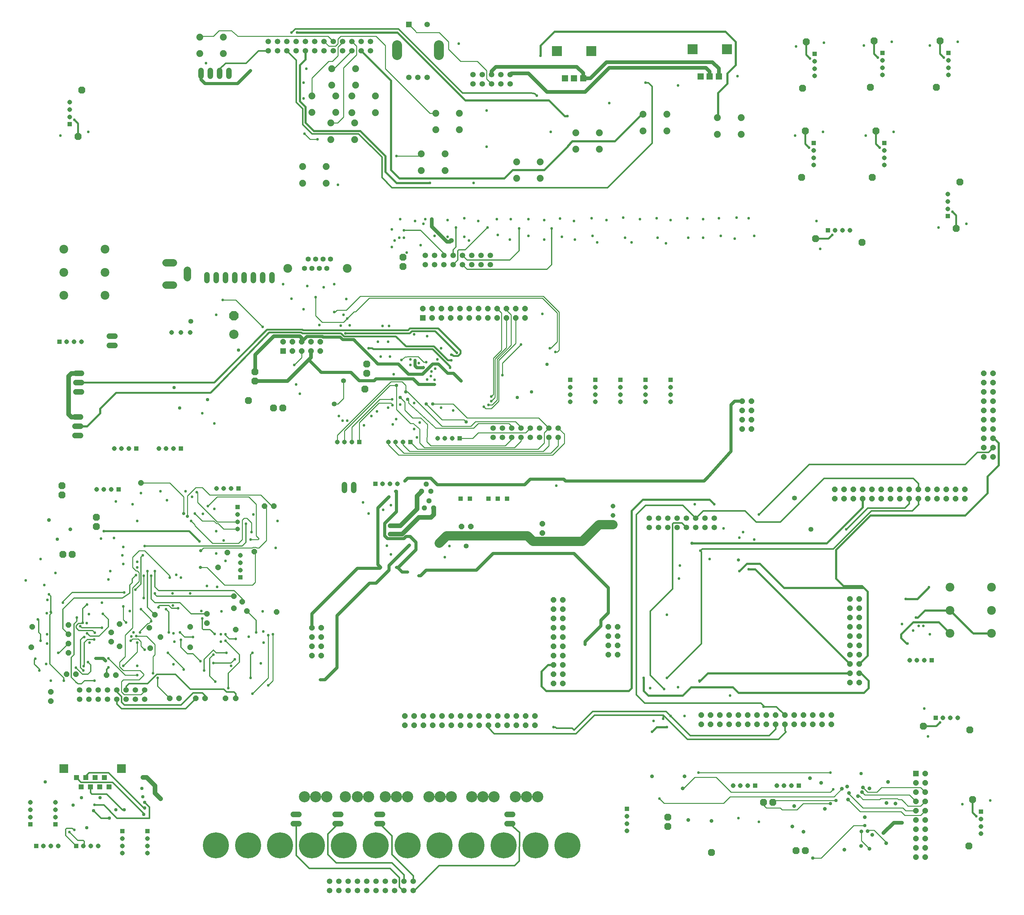
<source format=gbr>
G04 EAGLE Gerber RS-274X export*
G75*
%MOMM*%
%FSLAX34Y34*%
%LPD*%
%INBottom Copper*%
%IPPOS*%
%AMOC8*
5,1,8,0,0,1.08239X$1,22.5*%
G01*
%ADD10P,2.089446X8X202.500000*%
%ADD11P,2.089446X8X22.500000*%
%ADD12R,2.781300X2.781300*%
%ADD13R,1.800000X1.800000*%
%ADD14P,1.649562X8X112.500000*%
%ADD15P,1.649562X8X22.500000*%
%ADD16C,2.400000*%
%ADD17C,1.879600*%
%ADD18R,1.308000X1.308000*%
%ADD19C,1.308000*%
%ADD20P,1.429621X8X22.500000*%
%ADD21C,1.524000*%
%ADD22R,1.397000X1.397000*%
%ADD23R,2.476500X2.476500*%
%ADD24P,1.649562X8X202.500000*%
%ADD25C,1.508000*%
%ADD26C,1.422400*%
%ADD27R,1.508000X1.508000*%
%ADD28C,2.700000*%
%ADD29R,1.524000X1.524000*%
%ADD30P,2.089446X8X112.500000*%
%ADD31C,2.000000*%
%ADD32C,2.540000*%
%ADD33P,2.749271X8X112.500000*%
%ADD34P,1.649562X8X292.500000*%
%ADD35C,0.756400*%
%ADD36C,0.956400*%
%ADD37C,1.056400*%
%ADD38C,0.304800*%
%ADD39C,0.254000*%
%ADD40C,0.508000*%
%ADD41C,1.350000*%
%ADD42C,1.016000*%
%ADD43C,7.112000*%
%ADD44C,1.270000*%
%ADD45C,0.406400*%
%ADD46C,0.609600*%
%ADD47C,0.906400*%
%ADD48C,0.812800*%
%ADD49C,2.540000*%
%ADD50C,0.152400*%
%ADD51C,3.048000*%


D10*
X236220Y1018540D03*
D11*
X236220Y1043940D03*
D12*
X1494955Y2319020D03*
X1588605Y2319020D03*
D13*
X1516780Y2244020D03*
X1541780Y2244020D03*
X1566780Y2244020D03*
D12*
X1865795Y2324100D03*
X1959445Y2324100D03*
D13*
X1887620Y2249100D03*
X1912620Y2249100D03*
X1937620Y2249100D03*
D14*
X850900Y665480D03*
X825500Y665480D03*
X850900Y690880D03*
X825500Y690880D03*
X850900Y716280D03*
X825500Y716280D03*
X850900Y741680D03*
X825500Y741680D03*
X1661160Y668020D03*
X1635760Y668020D03*
X1661160Y693420D03*
X1635760Y693420D03*
X1661160Y718820D03*
X1635760Y718820D03*
X1661160Y744220D03*
X1635760Y744220D03*
X2026920Y1285240D03*
X2001520Y1285240D03*
X2026920Y1310640D03*
X2001520Y1310640D03*
X2026920Y1336040D03*
X2001520Y1336040D03*
X2026920Y1361440D03*
X2001520Y1361440D03*
X1511300Y589280D03*
X1485900Y589280D03*
X1511300Y614680D03*
X1485900Y614680D03*
X1511300Y640080D03*
X1485900Y640080D03*
X1511300Y665480D03*
X1485900Y665480D03*
X1511300Y690880D03*
X1485900Y690880D03*
X1511300Y716280D03*
X1485900Y716280D03*
X1511300Y741680D03*
X1485900Y741680D03*
X1511300Y767080D03*
X1485900Y767080D03*
X1511300Y792480D03*
X1485900Y792480D03*
X1511300Y817880D03*
X1485900Y817880D03*
X2321560Y591820D03*
X2296160Y591820D03*
X2321560Y617220D03*
X2296160Y617220D03*
X2321560Y642620D03*
X2296160Y642620D03*
X2321560Y668020D03*
X2296160Y668020D03*
X2321560Y693420D03*
X2296160Y693420D03*
X2321560Y718820D03*
X2296160Y718820D03*
X2321560Y744220D03*
X2296160Y744220D03*
X2321560Y769620D03*
X2296160Y769620D03*
X2321560Y795020D03*
X2296160Y795020D03*
X2321560Y820420D03*
X2296160Y820420D03*
X2687320Y1209040D03*
X2661920Y1209040D03*
X2687320Y1234440D03*
X2661920Y1234440D03*
X2687320Y1259840D03*
X2661920Y1259840D03*
X2687320Y1285240D03*
X2661920Y1285240D03*
X2687320Y1310640D03*
X2661920Y1310640D03*
X2687320Y1336040D03*
X2661920Y1336040D03*
X2687320Y1361440D03*
X2661920Y1361440D03*
X2687320Y1386840D03*
X2661920Y1386840D03*
X2687320Y1412240D03*
X2661920Y1412240D03*
X2687320Y1437640D03*
X2661920Y1437640D03*
D15*
X1079246Y474472D03*
X1079246Y499872D03*
X1104646Y474472D03*
X1104646Y499872D03*
X1130046Y474472D03*
X1130046Y499872D03*
X1155446Y474472D03*
X1155446Y499872D03*
X1180846Y474472D03*
X1180846Y499872D03*
X1206246Y474472D03*
X1206246Y499872D03*
X1231646Y474472D03*
X1231646Y499872D03*
X1257046Y474472D03*
X1257046Y499872D03*
X1282446Y474472D03*
X1282446Y499872D03*
X1307846Y474472D03*
X1307846Y499872D03*
X1333246Y474472D03*
X1333246Y499872D03*
X1358646Y474472D03*
X1358646Y499872D03*
X1384046Y474472D03*
X1384046Y499872D03*
X1409446Y474472D03*
X1409446Y499872D03*
X1434846Y474472D03*
X1434846Y499872D03*
X1889252Y477266D03*
X1889252Y502666D03*
X1914652Y477266D03*
X1914652Y502666D03*
X1940052Y477266D03*
X1940052Y502666D03*
X1965452Y477266D03*
X1965452Y502666D03*
X1990852Y477266D03*
X1990852Y502666D03*
X2016252Y477266D03*
X2016252Y502666D03*
X2041652Y477266D03*
X2041652Y502666D03*
X2067052Y477266D03*
X2067052Y502666D03*
X2092452Y477266D03*
X2092452Y502666D03*
X2117852Y477266D03*
X2117852Y502666D03*
X2143252Y477266D03*
X2143252Y502666D03*
X2168652Y477266D03*
X2168652Y502666D03*
X2194052Y477266D03*
X2194052Y502666D03*
X2219452Y477266D03*
X2219452Y502666D03*
X2244852Y477266D03*
X2244852Y502666D03*
X2254758Y1094486D03*
X2254758Y1119886D03*
X2280158Y1094486D03*
X2280158Y1119886D03*
X2305558Y1094486D03*
X2305558Y1119886D03*
X2330958Y1094486D03*
X2330958Y1119886D03*
X2356358Y1094486D03*
X2356358Y1119886D03*
X2381758Y1094486D03*
X2381758Y1119886D03*
X2407158Y1094486D03*
X2407158Y1119886D03*
X2432558Y1094486D03*
X2432558Y1119886D03*
X2457958Y1094486D03*
X2457958Y1119886D03*
X2483358Y1094486D03*
X2483358Y1119886D03*
X2508758Y1094486D03*
X2508758Y1119886D03*
X2534158Y1094486D03*
X2534158Y1119886D03*
X2559558Y1094486D03*
X2559558Y1119886D03*
X2584958Y1094486D03*
X2584958Y1119886D03*
X2610358Y1094486D03*
X2610358Y1119886D03*
D16*
X260000Y1713640D03*
X147000Y1713640D03*
X260000Y1776640D03*
X147000Y1776640D03*
X260000Y1650640D03*
X147000Y1650640D03*
D17*
X1384554Y2015744D03*
X1449578Y2015744D03*
X1384554Y1970532D03*
X1449578Y1970532D03*
X1546352Y2095500D03*
X1611376Y2095500D03*
X1546352Y2050288D03*
X1611376Y2050288D03*
X1730756Y2145792D03*
X1795780Y2145792D03*
X1730756Y2100580D03*
X1795780Y2100580D03*
X1933702Y2136394D03*
X1998726Y2136394D03*
X1933702Y2091182D03*
X1998726Y2091182D03*
X879602Y2270506D03*
X944626Y2270506D03*
X879602Y2225294D03*
X944626Y2225294D03*
X876808Y2122170D03*
X941832Y2122170D03*
X876808Y2076958D03*
X941832Y2076958D03*
X934212Y2195576D03*
X999236Y2195576D03*
X934212Y2150364D03*
X999236Y2150364D03*
X825246Y2196084D03*
X890270Y2196084D03*
X825246Y2150872D03*
X890270Y2150872D03*
X799592Y2002536D03*
X864616Y2002536D03*
X799592Y1957324D03*
X864616Y1957324D03*
X1123950Y2037334D03*
X1188974Y2037334D03*
X1123950Y1992122D03*
X1188974Y1992122D03*
X1163574Y2148840D03*
X1228598Y2148840D03*
X1163574Y2103628D03*
X1228598Y2103628D03*
D18*
X1531620Y1419380D03*
D19*
X1531620Y1399380D03*
X1531620Y1379380D03*
X1531620Y1359380D03*
D18*
X1600200Y1419380D03*
D19*
X1600200Y1399380D03*
X1600200Y1379380D03*
X1600200Y1359380D03*
D18*
X1668780Y1419380D03*
D19*
X1668780Y1399380D03*
X1668780Y1379380D03*
X1668780Y1359380D03*
D18*
X1737360Y1419380D03*
D19*
X1737360Y1399380D03*
X1737360Y1379380D03*
X1737360Y1359380D03*
D18*
X1805940Y1419380D03*
D19*
X1805940Y1399380D03*
X1805940Y1379380D03*
X1805940Y1359380D03*
D18*
X1231900Y1094740D03*
X1257300Y1094740D03*
X1308100Y1094740D03*
X1333500Y1094740D03*
X1358900Y1094740D03*
D20*
X1125220Y1115060D03*
X1137920Y1134110D03*
X1150620Y1115060D03*
X1132840Y1069340D03*
X1145540Y1088390D03*
X1158240Y1069340D03*
D21*
X914400Y1117600D02*
X914400Y1132840D01*
X939800Y1132840D02*
X939800Y1117600D01*
D19*
X492760Y1549400D03*
X467360Y1549400D03*
X441960Y1549400D03*
D22*
X181610Y331470D03*
X194310Y306070D03*
X207010Y331470D03*
X219710Y306070D03*
X232410Y331470D03*
X245110Y306070D03*
X257810Y331470D03*
X270510Y306070D03*
D23*
X147320Y356108D03*
X304800Y356108D03*
D15*
X160020Y723900D03*
X160020Y698500D03*
X111760Y541020D03*
X60960Y744220D03*
X58420Y688340D03*
X111760Y566420D03*
X276860Y728980D03*
X276860Y703580D03*
X154940Y614680D03*
X160020Y749300D03*
X160020Y673100D03*
X180340Y614680D03*
X381000Y741680D03*
X383540Y685800D03*
X264160Y612140D03*
X299720Y751840D03*
X299720Y690880D03*
X289560Y612140D03*
X492760Y744220D03*
X492760Y688340D03*
X436880Y548640D03*
X396240Y777240D03*
X411480Y716280D03*
X462280Y548640D03*
X612140Y795020D03*
X617220Y736600D03*
X508000Y548640D03*
X538480Y779780D03*
X538480Y754380D03*
X533400Y548640D03*
X612140Y828040D03*
X728980Y784860D03*
X589280Y548640D03*
X635000Y812800D03*
X647700Y787400D03*
X617220Y548640D03*
D11*
X144780Y942340D03*
X170180Y942340D03*
X142240Y1130300D03*
X142240Y1104900D03*
D18*
X624360Y1122680D03*
D19*
X604360Y1122680D03*
X584360Y1122680D03*
X564360Y1122680D03*
D18*
X629920Y879320D03*
D19*
X629920Y899320D03*
X629920Y919320D03*
X629920Y939320D03*
D18*
X2036600Y309880D03*
D19*
X2016600Y309880D03*
X1996600Y309880D03*
X1976600Y309880D03*
D18*
X2155980Y309880D03*
D19*
X2135980Y309880D03*
X2115980Y309880D03*
X2095980Y309880D03*
D18*
X954560Y1249680D03*
D19*
X934560Y1249680D03*
X914560Y1249680D03*
X894560Y1249680D03*
D18*
X1094260Y1249680D03*
D19*
X1074260Y1249680D03*
X1054260Y1249680D03*
X1034260Y1249680D03*
X1648460Y1023620D03*
X1648460Y1049020D03*
X1648460Y1074420D03*
D15*
X1455420Y1026160D03*
D24*
X1455420Y1000760D03*
D14*
X1234440Y1018540D03*
X1259840Y1018540D03*
D11*
X1798320Y223520D03*
D10*
X1917700Y127000D03*
D11*
X1798320Y198120D03*
X2174240Y132080D03*
X2148840Y132080D03*
D18*
X1686560Y245900D03*
D19*
X1686560Y225900D03*
X1686560Y205900D03*
X1686560Y185900D03*
D25*
X873760Y22860D03*
X873760Y48260D03*
X899160Y22860D03*
X899160Y48260D03*
X924560Y22860D03*
X924560Y48260D03*
X949960Y22860D03*
X949960Y48260D03*
X975360Y22860D03*
X975360Y48260D03*
X1000760Y22860D03*
X1000760Y48260D03*
X1026160Y22860D03*
X1026160Y48260D03*
X1051560Y22860D03*
X1051560Y48260D03*
X1076960Y22860D03*
X1076960Y48260D03*
X1102360Y22860D03*
X1102360Y48260D03*
D21*
X789940Y205740D02*
X774700Y205740D01*
X774700Y231140D02*
X789940Y231140D01*
X889000Y205740D02*
X904240Y205740D01*
X904240Y231140D02*
X889000Y231140D01*
X1358900Y205740D02*
X1374140Y205740D01*
X1374140Y231140D02*
X1358900Y231140D01*
X1018540Y205740D02*
X1003300Y205740D01*
X1003300Y231140D02*
X1018540Y231140D01*
D18*
X296700Y1120140D03*
D19*
X276700Y1120140D03*
X256700Y1120140D03*
X236700Y1120140D03*
D10*
X2085340Y264160D03*
X2059940Y264160D03*
D18*
X466880Y1231900D03*
D19*
X446880Y1231900D03*
X426880Y1231900D03*
X406880Y1231900D03*
D18*
X344960Y1231900D03*
D19*
X324960Y1231900D03*
X304960Y1231900D03*
X284960Y1231900D03*
D11*
X652180Y1363220D03*
X746160Y1342900D03*
X720760Y1342900D03*
X669960Y1416560D03*
X669960Y1441960D03*
D18*
X124460Y203680D03*
D19*
X124460Y223680D03*
X124460Y243680D03*
X124460Y263680D03*
D18*
X71600Y144780D03*
D19*
X91600Y144780D03*
X111600Y144780D03*
X131600Y144780D03*
D18*
X55880Y203680D03*
D19*
X55880Y223680D03*
X55880Y243680D03*
X55880Y263680D03*
D18*
X180820Y144780D03*
D19*
X200820Y144780D03*
X220820Y144780D03*
X240820Y144780D03*
D18*
X307340Y184940D03*
D19*
X307340Y164940D03*
X307340Y144940D03*
X307340Y124940D03*
D18*
X375920Y184940D03*
D19*
X375920Y164940D03*
X375920Y144940D03*
X375920Y124940D03*
D18*
X2199140Y2310920D03*
D19*
X2199140Y2290920D03*
X2199140Y2270920D03*
X2199140Y2250920D03*
D11*
X2166120Y2217420D03*
X2176280Y2344420D03*
D26*
X876440Y1749920D03*
X866240Y1724520D03*
X856040Y1749920D03*
X845840Y1724520D03*
X835640Y1749920D03*
X825440Y1724520D03*
X815240Y1749920D03*
X805040Y1724520D03*
D16*
X921990Y1724520D03*
X759490Y1724520D03*
D17*
X518500Y2357036D03*
X583524Y2357036D03*
X518500Y2311824D03*
X583524Y2311824D03*
D21*
X716280Y1706880D02*
X716280Y1691640D01*
X690880Y1691640D02*
X690880Y1706880D01*
X665480Y1706880D02*
X665480Y1691640D01*
X640080Y1691640D02*
X640080Y1706880D01*
X614680Y1706880D02*
X614680Y1691640D01*
X589280Y1691640D02*
X589280Y1706880D01*
X563880Y1706880D02*
X563880Y1691640D01*
X538480Y1691640D02*
X538480Y1706880D01*
X287020Y1513840D02*
X271780Y1513840D01*
X271780Y1539240D02*
X287020Y1539240D01*
D25*
X985520Y2319720D03*
X985520Y2345120D03*
X960120Y2319720D03*
X960120Y2345120D03*
X934720Y2319720D03*
X934720Y2345120D03*
X909320Y2319720D03*
X909320Y2345120D03*
X883920Y2319720D03*
X883920Y2345120D03*
X858520Y2319720D03*
X858520Y2345120D03*
X833120Y2319720D03*
X833120Y2345120D03*
X807720Y2319720D03*
X807720Y2345120D03*
X782320Y2319720D03*
X782320Y2345120D03*
X756920Y2319720D03*
X756920Y2345120D03*
X731520Y2319720D03*
X731520Y2345120D03*
X706120Y2319720D03*
X706120Y2345120D03*
X1140060Y2391560D03*
D27*
X1090060Y2391560D03*
D25*
X1090060Y2246560D03*
X1115060Y2246560D03*
X1140060Y2246560D03*
D28*
X1058060Y2308060D02*
X1058060Y2335060D01*
X1172060Y2335060D02*
X1172060Y2308060D01*
D25*
X1366980Y2229220D03*
X1366980Y2254620D03*
X1341580Y2229220D03*
X1341580Y2254620D03*
X1316180Y2229220D03*
X1316180Y2254620D03*
X1290780Y2229220D03*
X1290780Y2254620D03*
X1265380Y2229220D03*
X1265380Y2254620D03*
D21*
X522620Y2250420D02*
X522620Y2265660D01*
X548020Y2265660D02*
X548020Y2250420D01*
X573420Y2250420D02*
X573420Y2265660D01*
X598820Y2265660D02*
X598820Y2250420D01*
D29*
X746760Y1498600D03*
D15*
X746760Y1524000D03*
X772160Y1498600D03*
X772160Y1524000D03*
X797560Y1498600D03*
X797560Y1524000D03*
X822960Y1498600D03*
X822960Y1524000D03*
X848360Y1498600D03*
X848360Y1524000D03*
D29*
X1128344Y1589049D03*
D15*
X1128344Y1614449D03*
X1153744Y1589049D03*
X1153744Y1614449D03*
X1179144Y1589049D03*
X1179144Y1614449D03*
X1204544Y1589049D03*
X1204544Y1614449D03*
X1229944Y1589049D03*
X1229944Y1614449D03*
X1255344Y1589049D03*
X1255344Y1614449D03*
X1280744Y1589049D03*
X1280744Y1614449D03*
X1306144Y1589049D03*
X1306144Y1614449D03*
X1331544Y1589049D03*
X1331544Y1614449D03*
X1356944Y1589049D03*
X1356944Y1614449D03*
X1382344Y1589049D03*
X1382344Y1614449D03*
X1407744Y1589049D03*
X1407744Y1614449D03*
D21*
X193040Y1292860D02*
X177800Y1292860D01*
X177800Y1267460D02*
X193040Y1267460D01*
X193040Y1318260D02*
X177800Y1318260D01*
X180340Y1412240D02*
X195580Y1412240D01*
X195580Y1386840D02*
X180340Y1386840D01*
X180340Y1437640D02*
X195580Y1437640D01*
D18*
X2384560Y2313460D03*
D19*
X2384560Y2293460D03*
X2384560Y2273460D03*
X2384560Y2253460D03*
D11*
X2351540Y2219960D03*
X2361700Y2346960D03*
D18*
X2196600Y2067080D03*
D19*
X2196600Y2047080D03*
X2196600Y2027080D03*
X2196600Y2007080D03*
D11*
X2163580Y1973580D03*
X2173740Y2100580D03*
D18*
X2389640Y2067080D03*
D19*
X2389640Y2047080D03*
X2389640Y2027080D03*
X2389640Y2007080D03*
D11*
X2356620Y1973580D03*
X2366780Y2100580D03*
D18*
X163060Y2118840D03*
D19*
X163060Y2138840D03*
X163060Y2158840D03*
X163060Y2178840D03*
D10*
X196080Y2212340D03*
X185920Y2085340D03*
D18*
X2563360Y1867380D03*
D19*
X2563360Y1887380D03*
X2563360Y1907380D03*
X2563360Y1927380D03*
D10*
X2596380Y1960880D03*
X2586220Y1833880D03*
D18*
X2235680Y1828300D03*
D19*
X2255680Y1828300D03*
X2275680Y1828300D03*
X2295680Y1828300D03*
D30*
X2329180Y1795280D03*
X2202180Y1805440D03*
D18*
X2564900Y2313460D03*
D19*
X2564900Y2293460D03*
X2564900Y2273460D03*
X2564900Y2253460D03*
D11*
X2531880Y2219960D03*
X2542040Y2346960D03*
D18*
X2653800Y238280D03*
D19*
X2653800Y218280D03*
X2653800Y198280D03*
X2653800Y178280D03*
D11*
X2620780Y144780D03*
X2630940Y271780D03*
D18*
X2530320Y494800D03*
D19*
X2550320Y494800D03*
X2570320Y494800D03*
X2590320Y494800D03*
D30*
X2623820Y461780D03*
X2496820Y471940D03*
D18*
X622300Y1071400D03*
D19*
X622300Y1051400D03*
X622300Y1031400D03*
X622300Y1011400D03*
D18*
X1228880Y1259840D03*
D19*
X1208880Y1259840D03*
X1188880Y1259840D03*
X1168880Y1259840D03*
D31*
X446880Y1678940D02*
X426880Y1678940D01*
X484880Y1698940D02*
X484880Y1718940D01*
X446880Y1739940D02*
X426880Y1739940D01*
D32*
X612140Y1544320D03*
D33*
X612140Y1595120D03*
D16*
X2569560Y789080D03*
X2682560Y789080D03*
X2569560Y852080D03*
X2682560Y852080D03*
X2569560Y726080D03*
X2682560Y726080D03*
D18*
X135100Y1524000D03*
D19*
X155100Y1524000D03*
X175100Y1524000D03*
X195100Y1524000D03*
D18*
X998700Y1135380D03*
D19*
X1018700Y1135380D03*
X1038700Y1135380D03*
X1058700Y1135380D03*
D18*
X2519200Y652780D03*
D19*
X2499200Y652780D03*
X2479200Y652780D03*
X2459200Y652780D03*
D29*
X2476500Y342900D03*
D34*
X2501900Y342900D03*
X2476500Y317500D03*
X2501900Y317500D03*
X2476500Y292100D03*
X2501900Y292100D03*
X2476500Y266700D03*
X2501900Y266700D03*
X2476500Y241300D03*
X2501900Y241300D03*
X2476500Y215900D03*
X2501900Y215900D03*
X2476500Y190500D03*
X2501900Y190500D03*
X2476500Y165100D03*
X2501900Y165100D03*
X2476500Y139700D03*
X2501900Y139700D03*
X2476500Y114300D03*
X2501900Y114300D03*
D25*
X1747520Y1016000D03*
X1747520Y1041400D03*
X1772920Y1016000D03*
X1772920Y1041400D03*
X1798320Y1016000D03*
X1798320Y1041400D03*
X1823720Y1016000D03*
X1823720Y1041400D03*
X1849120Y1016000D03*
X1849120Y1041400D03*
X1874520Y1016000D03*
X1874520Y1041400D03*
X1899920Y1016000D03*
X1899920Y1041400D03*
X1925320Y1016000D03*
X1925320Y1041400D03*
X1320800Y1262380D03*
X1320800Y1287780D03*
X1346200Y1262380D03*
X1346200Y1287780D03*
X1371600Y1262380D03*
X1371600Y1287780D03*
X1397000Y1262380D03*
X1397000Y1287780D03*
X1422400Y1262380D03*
X1422400Y1287780D03*
X1447800Y1262380D03*
X1447800Y1287780D03*
X1473200Y1262380D03*
X1473200Y1287780D03*
X1498600Y1262380D03*
X1498600Y1287780D03*
D11*
X1074420Y1755140D03*
X1074420Y1729740D03*
D25*
X1313180Y1734820D03*
X1313180Y1760220D03*
X1287780Y1734820D03*
X1287780Y1760220D03*
X1262380Y1734820D03*
X1262380Y1760220D03*
X1236980Y1734820D03*
X1236980Y1760220D03*
X1211580Y1734820D03*
X1211580Y1760220D03*
X1186180Y1734820D03*
X1186180Y1760220D03*
X1160780Y1734820D03*
X1160780Y1760220D03*
X1135380Y1734820D03*
X1135380Y1760220D03*
X190500Y546100D03*
X190500Y571500D03*
X215900Y546100D03*
X215900Y571500D03*
X241300Y546100D03*
X241300Y571500D03*
X266700Y546100D03*
X266700Y571500D03*
X292100Y546100D03*
X292100Y571500D03*
X317500Y546100D03*
X317500Y571500D03*
X342900Y546100D03*
X342900Y571500D03*
X368300Y546100D03*
X368300Y571500D03*
D15*
X568960Y906780D03*
X594360Y947420D03*
X668020Y949960D03*
X695960Y1074420D03*
X721360Y1074420D03*
X358140Y1137920D03*
D11*
X975360Y1463040D03*
X975360Y1437640D03*
X970280Y1394460D03*
D35*
X347980Y906780D03*
X274320Y896620D03*
X93980Y858520D03*
X692432Y731520D03*
X576580Y723900D03*
X447040Y726440D03*
X337820Y728980D03*
X209804Y754479D03*
X101600Y723323D03*
X43180Y871220D03*
D36*
X129179Y983925D03*
D37*
X165100Y1010920D03*
D35*
X284480Y986940D03*
X307485Y939945D03*
X454660Y886460D03*
X467360Y878840D03*
X527272Y1052578D03*
X731520Y1033780D03*
X665480Y1051560D03*
X584200Y980440D03*
X589280Y924560D03*
X566420Y853440D03*
X342900Y845820D03*
D38*
X358140Y861060D01*
X358140Y934720D02*
X363220Y939800D01*
D35*
X363220Y939800D03*
D38*
X358140Y934720D02*
X358140Y861060D01*
D35*
X358140Y1109980D03*
X497840Y1099820D03*
X429311Y1090066D03*
X289560Y1087120D03*
D37*
X106680Y1036320D03*
D35*
X248920Y985520D03*
X309880Y962660D03*
X347980Y922020D03*
X444500Y835688D03*
X492760Y835660D03*
X538480Y855980D03*
X563880Y944880D03*
X563880Y1005840D03*
X558800Y1066800D03*
X480060Y1115060D03*
X411683Y1115136D03*
X335280Y1079500D03*
X347980Y1033780D03*
X726440Y960120D03*
X660400Y1003300D03*
D39*
X660400Y1028700D01*
X647700Y1041400D01*
X640080Y1041400D01*
X635000Y1036320D01*
X635000Y982980D01*
X624840Y972820D02*
X553720Y972820D01*
X505460Y1021080D01*
X505460Y1023620D01*
X495300Y1033780D01*
D35*
X495300Y1033780D03*
D39*
X624840Y972820D02*
X635000Y982980D01*
D35*
X657860Y982980D03*
D39*
X678180Y982980D01*
X680720Y985520D01*
X673100Y993140D01*
X652780Y1099820D02*
X566420Y1099820D01*
X541020Y1074420D01*
D35*
X541020Y1074420D03*
D39*
X673100Y1079500D02*
X673100Y993140D01*
X673100Y1079500D02*
X652780Y1099820D01*
D35*
X645160Y1026160D03*
D38*
X645160Y975360D01*
X635000Y965200D01*
D35*
X368300Y965200D03*
D38*
X635000Y965200D01*
D35*
X269240Y873760D03*
X309982Y916254D03*
X256540Y1005840D03*
D40*
X490220Y1005840D01*
X518160Y977900D01*
D35*
X518160Y977900D03*
D38*
X635000Y821345D02*
X635000Y812800D01*
X396240Y853440D02*
X396240Y896620D01*
D35*
X396240Y896620D03*
D38*
X613065Y843280D02*
X635000Y821345D01*
X613065Y843280D02*
X406400Y843280D01*
X396240Y853440D01*
X495300Y779780D02*
X538480Y779780D01*
X396240Y810260D02*
X386080Y820420D01*
X386080Y883920D01*
D35*
X386080Y883920D03*
D38*
X464820Y810260D02*
X495300Y779780D01*
X464820Y810260D02*
X396240Y810260D01*
X401320Y828040D02*
X612140Y828040D01*
X401320Y828040D02*
X396240Y833120D01*
X396240Y835660D01*
D35*
X396240Y835660D03*
D38*
X344678Y885160D02*
X334518Y875000D01*
X334518Y865378D01*
X327660Y858520D01*
X327660Y835891D01*
X307340Y822960D01*
X175260Y822960D01*
X144780Y792480D01*
X144780Y739140D01*
X160020Y723900D01*
D35*
X344678Y885160D03*
X312420Y838200D03*
D38*
X170180Y838200D01*
X144780Y812800D01*
X144780Y810260D01*
D35*
X144780Y810260D03*
X365760Y822960D03*
X365760Y883920D03*
D39*
X365760Y822960D01*
D38*
X375920Y797560D02*
X396240Y777240D01*
D35*
X375920Y896620D03*
D38*
X375920Y797560D01*
D35*
X2034540Y1813560D03*
X1986280Y1862993D03*
X1943100Y1813560D03*
X1894840Y1859280D03*
X1854200Y1808480D03*
X1805940Y1856740D03*
X1770380Y1808480D03*
X1722120Y1859280D03*
X1681480Y1808480D03*
X1630680Y1856740D03*
X1592580Y1813560D03*
X1541780Y1854200D03*
X1508760Y1811020D03*
X1460500Y1856740D03*
X1417320Y1813560D03*
X1369060Y1859280D03*
X1333500Y1816100D03*
X1280160Y1854200D03*
X1242060Y1811020D03*
X1196340Y1856740D03*
X1160780Y1813560D03*
X1107440Y1854200D03*
X1064260Y1808480D03*
X1043940Y1831340D03*
X1122680Y1788160D03*
X1084580Y1767840D03*
X1981200Y1805940D03*
X1894840Y1808480D03*
X1793240Y1793240D03*
X1699260Y1795780D03*
X1605280Y1795780D03*
X1544320Y1803400D03*
X1460500Y1803400D03*
X1366520Y1803400D03*
X1254760Y1800860D03*
X1196340Y1811020D03*
X1076960Y1808480D03*
X1043940Y1783080D03*
X1051560Y1800860D03*
X2019300Y1861820D03*
X1938020Y1861820D03*
X1851660Y1861820D03*
X1767840Y1861820D03*
X1676400Y1862993D03*
X1590040Y1861820D03*
X1503680Y1860453D03*
X1417320Y1859280D03*
X1330960Y1859280D03*
X1242060Y1861820D03*
X1153160Y1859280D03*
X1066800Y1859280D03*
X1130300Y1846580D03*
X1135380Y1859280D03*
D41*
X1206500Y1800742D03*
D42*
X1203090Y1797332D01*
X1194262Y1797332D01*
X1153160Y1838434D01*
X1153160Y1859280D01*
D43*
X563245Y146368D03*
X650558Y146368D03*
X737870Y146368D03*
X825183Y146368D03*
X912495Y146368D03*
X999808Y146368D03*
X1087120Y146368D03*
X1174433Y146368D03*
X1261745Y146368D03*
X1349058Y146368D03*
X1436370Y146368D03*
X1523683Y146368D03*
D35*
X965200Y1084580D03*
X1188720Y934720D03*
X1041400Y1076960D03*
X1030565Y965608D03*
X1041400Y942340D03*
X1019948Y1064260D03*
X1038860Y1021080D03*
D44*
X1066800Y1021080D01*
X1112520Y1102360D02*
X1125220Y1115060D01*
X1112520Y1066800D02*
X1066800Y1021080D01*
X1112520Y1066800D02*
X1112520Y1102360D01*
X1117600Y1043940D02*
X1150620Y1043940D01*
X1158240Y1051560D02*
X1158240Y1069340D01*
X1158240Y1051560D02*
X1150620Y1043940D01*
X1117600Y1043940D02*
X1071880Y998220D01*
D35*
X1038860Y998220D03*
D44*
X1071880Y998220D01*
D45*
X2092452Y477266D02*
X2092452Y464312D01*
X2075180Y447040D01*
X1859280Y447040D01*
X1805940Y500380D01*
X1793240Y513080D01*
X1592580Y513080D01*
X1541780Y462280D01*
X1536700Y467360D01*
X1493520Y467360D01*
X1490980Y469900D01*
X1485900Y469900D01*
D35*
X1485900Y469900D03*
D45*
X1813560Y1028700D02*
X1836420Y1028700D01*
X1813560Y1028700D02*
X1811020Y1026160D01*
X1811020Y848360D02*
X1750060Y787400D01*
X1750060Y612140D01*
X1788160Y574040D01*
D35*
X1788160Y574040D03*
X1805940Y500380D03*
D45*
X1811020Y848360D02*
X1811020Y1026160D01*
X2457958Y1081278D02*
X2457958Y1094486D01*
X2457958Y1081278D02*
X2446020Y1069340D01*
X2344420Y1069340D01*
X2286000Y1010920D01*
D35*
X2286000Y1010920D03*
D45*
X1849120Y1016000D02*
X1836420Y1028700D01*
X1307846Y474472D02*
X1307846Y467614D01*
X1323340Y452120D01*
X1546860Y452120D01*
X1597660Y502920D01*
X1785620Y502920D01*
X1851660Y436880D01*
X2100580Y436880D01*
X2120900Y457200D01*
X2117852Y460248D01*
X2117852Y477266D01*
X1785620Y492760D02*
X1785620Y502920D01*
D35*
X1785620Y492760D03*
X1795780Y604520D03*
D45*
X1889760Y698500D01*
X1889760Y949960D01*
X1887220Y952500D01*
D35*
X1887220Y952500D03*
D45*
X2483358Y1080262D02*
X2483358Y1094486D01*
X2483358Y1080262D02*
X2484120Y1079500D01*
X2466340Y1061720D01*
X2354323Y1061720D02*
X2250183Y957580D01*
X2354323Y1061720D02*
X2466340Y1061720D01*
X1892300Y957580D02*
X1887220Y952500D01*
X1892300Y957580D02*
X2250183Y957580D01*
D35*
X2059940Y525780D03*
D45*
X2062480Y525780D01*
X2094738Y525780D01*
X2117852Y502666D01*
X1831340Y1076960D02*
X1737360Y1076960D01*
X1711960Y1051560D01*
X1711960Y558800D01*
X1734820Y535940D01*
X2052320Y535940D01*
X2062480Y525780D01*
X2039620Y1031240D02*
X2009140Y1061720D01*
X2039620Y1031240D02*
X2105660Y1031240D01*
X2225040Y1150620D02*
X2468880Y1150620D01*
X2483358Y1136142D01*
X2483358Y1119886D01*
X2009140Y1061720D02*
X1894840Y1061720D01*
X2105660Y1031240D02*
X2225040Y1150620D01*
X1894840Y1061720D02*
X1874520Y1041400D01*
X1838960Y1076960D02*
X1831340Y1076960D01*
X1838960Y1076960D02*
X1874520Y1041400D01*
D46*
X1485900Y640080D02*
X1470660Y640080D01*
X1452880Y622300D01*
X1452880Y581660D01*
X1691640Y568960D02*
X1699260Y576580D01*
X1699260Y1061720D01*
D35*
X1925320Y1079500D03*
D46*
X1452880Y581660D02*
X1465580Y568960D01*
X1691640Y568960D01*
X1699260Y1061720D02*
X1729740Y1092200D01*
X1912620Y1092200D02*
X1925320Y1079500D01*
X1912620Y1092200D02*
X1729740Y1092200D01*
X2037080Y901700D02*
X2296160Y642620D01*
X2037080Y901700D02*
X2019300Y901700D01*
D35*
X2019300Y901700D03*
X1993900Y988060D03*
X1828800Y876300D03*
X1993900Y896620D03*
D46*
X2321560Y642620D02*
X2344420Y665480D01*
X2344420Y840740D01*
X2334260Y850900D02*
X2115820Y850900D01*
X2049780Y916940D01*
X2014220Y916940D01*
X1993900Y896620D01*
X2334260Y850900D02*
X2344420Y840740D01*
X2334260Y850900D02*
X2329180Y855980D01*
X2278380Y855980D01*
X2258060Y876300D01*
X2258060Y955040D02*
X2352040Y1049020D01*
X2611120Y1049020D01*
X2258060Y955040D02*
X2258060Y876300D01*
X2611120Y1049020D02*
X2672080Y1109980D01*
X2672080Y1155700D02*
X2702560Y1186180D01*
X2702560Y1247140D01*
X2689860Y1259840D01*
X2687320Y1259840D01*
X2672080Y1155700D02*
X2672080Y1109980D01*
D35*
X1795780Y777240D03*
X1871980Y1079500D03*
D46*
X1907540Y617220D02*
X2296160Y617220D01*
X1907540Y617220D02*
X1884680Y594360D01*
X1884680Y596900D01*
D35*
X1884680Y596900D03*
X1831340Y911860D03*
X1912620Y929640D03*
D46*
X2321560Y617220D02*
X2326640Y617220D01*
X2346960Y596900D01*
X2346960Y576580D01*
X2334260Y563880D01*
X1991360Y563880D01*
X1976120Y579120D01*
X1861820Y579120D01*
X1838960Y556260D01*
X1744980Y556260D01*
X1732280Y568960D01*
X1732280Y604520D01*
D35*
X1732280Y604520D03*
D45*
X2674495Y1221615D02*
X2687320Y1234440D01*
X2674495Y1221615D02*
X2644265Y1221740D01*
X2611245Y1188720D01*
X2184400Y1188720D01*
D35*
X2047240Y1051560D03*
X2034540Y982980D03*
D45*
X2047240Y1051560D02*
X2184400Y1188720D01*
D35*
X1968500Y556260D03*
X2004060Y1003300D03*
X1950720Y1013460D03*
X1750060Y576580D03*
X1758950Y486410D03*
X1755140Y457200D03*
D46*
X1767840Y469900D01*
X1795780Y469900D01*
D35*
X1795780Y469900D03*
X1826260Y579120D03*
X1844040Y500380D03*
D46*
X2330958Y1071118D02*
X2330958Y1094486D01*
X2330958Y1071118D02*
X2232660Y972820D01*
D47*
X1864360Y972820D03*
D46*
X2232660Y972820D01*
D35*
X1480820Y1833880D03*
D38*
X1480820Y1734820D01*
X1468120Y1722120D01*
X1249680Y1722120D01*
X1236980Y1734820D01*
D35*
X1391920Y1833880D03*
D38*
X1391920Y1772920D01*
X1366520Y1747520D01*
X1249680Y1747520D01*
X1236980Y1760220D01*
D35*
X1305560Y1836420D03*
D38*
X1244600Y1775460D01*
X1226820Y1775460D01*
X1224280Y1772920D01*
X1224280Y1747520D02*
X1211580Y1734820D01*
X1224280Y1747520D02*
X1224280Y1772920D01*
D35*
X1219200Y1836420D03*
D38*
X1219200Y1783080D01*
X1211580Y1775460D01*
X1211580Y1760220D01*
D35*
X1076960Y1828800D03*
D38*
X1122680Y1828800D01*
X1186180Y1765300D01*
X1186180Y1760220D01*
D35*
X269240Y632940D03*
D45*
X264160Y627860D01*
X264160Y612140D01*
D38*
X403860Y581660D02*
X436880Y548640D01*
X403860Y581660D02*
X403860Y604520D01*
D35*
X403860Y604520D03*
D45*
X304800Y553720D02*
X292100Y566420D01*
X292100Y571500D01*
X304800Y538480D02*
X312420Y530860D01*
X467360Y530860D01*
X500380Y563880D02*
X525780Y563880D01*
X533400Y556260D01*
X533400Y548640D01*
X304800Y553720D02*
X304800Y538480D01*
X467360Y530860D02*
X500380Y563880D01*
X317500Y571500D02*
X317500Y581660D01*
X325120Y589280D01*
X375920Y589280D02*
X401320Y614680D01*
X452120Y614680D01*
X584200Y574040D02*
X591820Y566420D01*
X612140Y566420D01*
X617220Y561340D01*
X617220Y548640D01*
X375920Y589280D02*
X325120Y589280D01*
X452120Y614680D02*
X492760Y574040D01*
X584200Y574040D01*
D35*
X436880Y878840D03*
D39*
X436880Y883920D01*
X368300Y952500D01*
X353060Y952500D01*
X335280Y934720D01*
X335280Y906780D01*
X344482Y897578D01*
X347718Y897578D01*
X353060Y892236D01*
X353060Y868680D01*
X334998Y850618D01*
X334998Y741398D01*
X314960Y721360D02*
X314960Y662940D01*
X314960Y721360D02*
X334998Y741398D01*
X314960Y662940D02*
X299720Y647700D01*
X299720Y635000D01*
X309880Y624840D01*
X355600Y624840D01*
X365760Y614680D01*
X365760Y612140D01*
X353060Y599440D01*
X309880Y599440D01*
X304800Y594360D01*
X304800Y566420D02*
X312420Y558800D01*
X358140Y558800D01*
X368300Y568960D01*
X368300Y571500D01*
X304800Y566420D02*
X304800Y594360D01*
D45*
X292100Y533400D02*
X304800Y520700D01*
X480060Y520700D01*
X508000Y548640D01*
X292100Y546100D02*
X292100Y533400D01*
D35*
X83820Y929640D03*
X331361Y717659D03*
X693420Y701040D03*
X576580Y703580D03*
X449580Y703580D03*
X217198Y701040D03*
X101628Y698500D03*
X69562Y656878D03*
D38*
X67022Y654338D01*
X67022Y641638D01*
X80160Y628500D02*
X80160Y624840D01*
X80160Y628500D02*
X67022Y641638D01*
D35*
X80160Y624840D03*
X99060Y642620D03*
X124460Y891540D03*
X111760Y596900D03*
X100261Y781340D03*
X102008Y817514D03*
X251460Y810260D03*
X215721Y778943D03*
X327660Y787400D03*
X347980Y637540D03*
X447040Y641740D03*
X445049Y802668D03*
X578206Y785978D03*
X603971Y637568D03*
X685876Y643687D03*
X690778Y786359D03*
X652540Y717160D03*
X261544Y651078D03*
X234569Y657606D03*
X523240Y787400D03*
D48*
X255016Y657606D02*
X234569Y657606D01*
X255016Y657606D02*
X261544Y651078D01*
D35*
X132080Y673100D03*
D38*
X134620Y673100D01*
X160020Y698500D01*
D35*
X147320Y596900D03*
D38*
X147320Y604520D01*
X109220Y642620D01*
X109220Y777240D01*
X114300Y782320D01*
D35*
X111760Y784860D03*
D38*
X114300Y782320D01*
X111760Y828040D02*
X106680Y833120D01*
X111760Y828040D02*
X111760Y784860D01*
D35*
X106680Y833120D03*
X76200Y764540D03*
D38*
X78740Y764540D01*
X78740Y728980D01*
X83820Y723900D01*
X83820Y706120D01*
D35*
X83820Y706120D03*
X180340Y632460D03*
D38*
X198120Y614680D01*
X213360Y614680D01*
X220980Y622300D01*
X220980Y640080D01*
X213360Y647700D01*
D35*
X213360Y647700D03*
X200660Y624840D03*
D38*
X193040Y632460D02*
X193040Y708660D01*
X193040Y632460D02*
X200660Y624840D01*
X200660Y716280D02*
X203200Y716280D01*
X200660Y716280D02*
X193040Y708660D01*
D35*
X203200Y716280D03*
X201168Y636270D03*
D38*
X203200Y638302D02*
X203200Y701040D01*
X203200Y638302D02*
X201168Y636270D01*
X211633Y709473D02*
X229921Y709473D01*
X211633Y709473D02*
X203200Y701040D01*
D35*
X229921Y709473D03*
X231140Y596900D03*
D38*
X204125Y596900D01*
X185766Y588010D02*
X181956Y591820D01*
X180340Y591820D01*
X195235Y588010D02*
X204125Y596900D01*
X195235Y588010D02*
X185766Y588010D01*
X180340Y593436D02*
X167640Y606136D01*
X167640Y660400D01*
X175260Y668020D01*
X175260Y751840D01*
X180340Y593436D02*
X180340Y591820D01*
X175260Y751840D02*
X182880Y759460D01*
X182880Y769620D01*
D35*
X182880Y769620D03*
X210820Y805180D03*
D38*
X199136Y793496D01*
X199136Y754634D01*
X198374Y753364D01*
X196596Y753336D01*
D35*
X199136Y754634D03*
X232197Y727775D03*
D38*
X196596Y753336D02*
X187170Y753336D01*
X180594Y746760D01*
X180594Y741426D01*
X187960Y734060D01*
X225911Y734060D01*
X232197Y727775D01*
D35*
X254000Y779780D03*
D38*
X269240Y764540D01*
X269240Y743915D01*
X243831Y718506D01*
X218754Y718506D01*
X210931Y726329D01*
D35*
X210931Y726329D03*
X251460Y741680D03*
D38*
X195834Y741680D01*
X191770Y745744D01*
D35*
X191770Y745744D03*
X368300Y681510D03*
D39*
X358140Y691670D01*
X358140Y703580D01*
X350520Y711200D01*
X335280Y711200D01*
X330200Y706120D01*
D35*
X330200Y706120D03*
X347980Y701040D03*
D39*
X347980Y675640D01*
X309880Y637540D01*
D35*
X309880Y637540D03*
X269240Y657860D03*
D39*
X314960Y612140D01*
X347980Y612140D01*
D35*
X347980Y612140D03*
X391160Y617220D03*
D39*
X391160Y662940D01*
X396240Y668020D01*
X396240Y695960D01*
X373380Y718820D02*
X345440Y718820D01*
D35*
X345440Y718820D03*
D39*
X373380Y718820D02*
X396240Y695960D01*
D35*
X386080Y759460D03*
D39*
X379476Y752856D01*
X376371Y752856D01*
X355600Y732085D01*
X355600Y728980D01*
D35*
X355600Y728980D03*
X358140Y792480D03*
D39*
X386080Y764540D01*
X386080Y759460D01*
D35*
X431800Y673100D03*
D38*
X474980Y629920D01*
X474980Y627380D01*
D35*
X474980Y627380D03*
X520700Y650240D03*
D38*
X500380Y670560D01*
X485140Y670560D01*
X467360Y688340D01*
X467360Y708660D01*
D35*
X467360Y708660D03*
X500380Y716280D03*
D38*
X477520Y716280D01*
X464820Y728980D01*
D35*
X464820Y728980D03*
X426720Y792480D03*
D38*
X434340Y784860D01*
X434340Y728980D01*
D35*
X434340Y728980D03*
X459740Y795020D03*
D38*
X441960Y795020D01*
X434340Y802640D01*
X408940Y802640D01*
X403860Y797560D01*
X406400Y797560D01*
D35*
X406400Y797560D03*
X556260Y668020D03*
D38*
X546100Y657860D01*
X546100Y609600D01*
X561340Y594360D01*
D35*
X561340Y594360D03*
X530860Y624840D03*
D38*
X530860Y655320D01*
X556260Y680720D01*
X563880Y673100D01*
X591820Y673100D01*
X591693Y672973D01*
D35*
X591693Y672973D03*
X614680Y655320D03*
D38*
X604520Y645160D01*
D35*
X556260Y645160D03*
D38*
X604520Y645160D01*
D35*
X596900Y576580D03*
D38*
X596900Y617220D01*
X627380Y647700D01*
X627380Y668020D01*
D35*
X589280Y706120D03*
D38*
X627380Y668020D01*
D35*
X617220Y711200D03*
D38*
X599440Y711200D01*
X589280Y721360D01*
X589280Y723900D01*
D35*
X589280Y723900D03*
X559272Y724154D03*
D38*
X546826Y736600D01*
X528320Y736600D01*
X525780Y739140D01*
X525780Y764540D01*
X525671Y764649D01*
X525671Y766971D01*
D35*
X525671Y766971D03*
X657860Y604520D03*
D38*
X657860Y668020D01*
X662940Y673100D01*
X662912Y673100D01*
D35*
X662912Y673100D03*
X706120Y721360D03*
D39*
X706120Y604520D01*
X662940Y561340D01*
D35*
X662940Y561340D03*
X718820Y723900D03*
D39*
X718820Y596900D01*
X706120Y584200D01*
D35*
X706120Y584200D03*
X317500Y755782D03*
D39*
X309880Y763402D01*
X309880Y800100D01*
D35*
X309880Y800100D03*
X673100Y728980D03*
D38*
X673100Y762000D01*
X647700Y787400D01*
D36*
X448980Y1398780D03*
X464220Y1342900D03*
X624840Y1501140D03*
X1425880Y1386650D03*
X1468120Y1462322D03*
D35*
X792480Y1381760D03*
X1104900Y1356360D03*
X1104900Y1285240D03*
X1112520Y1262380D03*
X1211580Y1336040D03*
X1178560Y1506220D03*
X1140460Y1539240D03*
X1104900Y1544320D03*
X1013460Y1483360D03*
X1049020Y1435100D03*
X1003300Y1333500D03*
X1160780Y1419860D03*
X1117722Y1465580D03*
X967740Y1295400D03*
X812800Y1676400D03*
X802640Y1612900D03*
X563880Y1597660D03*
X1201420Y965200D03*
D41*
X2189480Y1010920D03*
X2144685Y1096355D03*
X1173480Y972820D03*
D49*
X1193800Y993140D01*
X1414780Y993140D02*
X1430020Y977900D01*
X1564640Y977900D01*
X1610360Y1023620D02*
X1648460Y1023620D01*
X1414780Y993140D02*
X1193800Y993140D01*
X1564640Y977900D02*
X1610360Y1023620D01*
D37*
X1854200Y215900D03*
X1844040Y335280D03*
X2217420Y317500D03*
X2349500Y302260D03*
X2395474Y261926D03*
X2357120Y175260D03*
X2169160Y183336D03*
X2227580Y246380D03*
X1755140Y335280D03*
X2186940Y330200D03*
X2288540Y307340D03*
X2400300Y320040D03*
X2420061Y260425D03*
X2387600Y180002D03*
X2143760Y254000D03*
X2438400Y208280D03*
D42*
X2415878Y208280D01*
X2387600Y180002D01*
D37*
X2336800Y223520D03*
X1917700Y213360D03*
D35*
X1991360Y220980D03*
D36*
X2326437Y342900D03*
D37*
X2281058Y134504D03*
X2138680Y198120D03*
D35*
X2047240Y210820D03*
D37*
X2326640Y144780D03*
D39*
X1871980Y332740D02*
X1841500Y302260D01*
X1838960Y302260D01*
D37*
X1838960Y302260D03*
D35*
X2250440Y299720D03*
D39*
X2242820Y292100D01*
X1930400Y332740D02*
X1871980Y332740D01*
X1971040Y292100D02*
X2242820Y292100D01*
X1971040Y292100D02*
X1930400Y332740D01*
D37*
X2274368Y300799D03*
D39*
X2252969Y279400D01*
X1968500Y279400D02*
X1950720Y261620D01*
X1788160Y261620D01*
D35*
X1775460Y274320D03*
D39*
X1968500Y279400D02*
X2252969Y279400D01*
X1788160Y261620D02*
X1775460Y274320D01*
D37*
X2349500Y137160D03*
D39*
X2327656Y159004D01*
D37*
X2327656Y184658D03*
D39*
X2327656Y159004D01*
D37*
X2395220Y152400D03*
D39*
X2395220Y154940D01*
X2362200Y187960D01*
X2346960Y187960D01*
X2344420Y185420D01*
D37*
X2344420Y185420D03*
D35*
X2242820Y345440D03*
D39*
X1882140Y345440D01*
D35*
X1882140Y345440D03*
D37*
X2331720Y304800D03*
D39*
X2344420Y292100D01*
X2369820Y292100D02*
X2382520Y304800D01*
X2489200Y304800D01*
X2369820Y292100D02*
X2344420Y292100D01*
X2489200Y304800D02*
X2501900Y292100D01*
D37*
X2329180Y291950D03*
D39*
X2329330Y291950D01*
X2336800Y284480D01*
X2458720Y284480D01*
X2476500Y266700D01*
D37*
X2318258Y280416D03*
D39*
X2323084Y280416D01*
X2331720Y271780D01*
X2377440Y271780D01*
X2379980Y274320D01*
X2425700Y274320D01*
X2428524Y271496D01*
X2437384Y271496D01*
X2446528Y262128D01*
X2454656Y254000D01*
X2489200Y254000D01*
X2501900Y266700D01*
D37*
X2293620Y289560D03*
D39*
X2293620Y287020D01*
X2331720Y248920D01*
X2440940Y248920D02*
X2448560Y241300D01*
X2440940Y248920D02*
X2331720Y248920D01*
X2448560Y241300D02*
X2476500Y241300D01*
X2446020Y228600D02*
X2435860Y238760D01*
X2324100Y238760D01*
D37*
X2291080Y271780D03*
D39*
X2446020Y228600D02*
X2489200Y228600D01*
X2324100Y238760D02*
X2291080Y271780D01*
X2489200Y228600D02*
X2501900Y241300D01*
D45*
X1172464Y91440D02*
X1169391Y87599D01*
X1172464Y91440D02*
X1379220Y91440D01*
X1391920Y104140D01*
X1392174Y181356D01*
X1366520Y205740D01*
X1104652Y22860D02*
X1102360Y22860D01*
X1104652Y22860D02*
X1169391Y87599D01*
D36*
X2336800Y200660D03*
D39*
X2306320Y200660D01*
X2217420Y111760D02*
X2194560Y111760D01*
D36*
X2194560Y111760D03*
D39*
X2217420Y111760D02*
X2306320Y200660D01*
D45*
X1043940Y172720D02*
X1043940Y121920D01*
X1043940Y172720D02*
X1010920Y205740D01*
X1102360Y63500D02*
X1102360Y48260D01*
X1102360Y63500D02*
X1043940Y121920D01*
X891540Y99060D02*
X868680Y121920D01*
X868680Y177800D01*
X896620Y205740D01*
X891540Y99060D02*
X1043940Y99060D01*
X1076960Y66040D02*
X1076960Y48260D01*
X1076960Y66040D02*
X1043940Y99060D01*
X1038860Y83820D02*
X817880Y83820D01*
X782320Y119380D01*
X782320Y205740D01*
X1064260Y58420D02*
X1064260Y33020D01*
X1074420Y22860D01*
X1076960Y22860D01*
X1064260Y58420D02*
X1038860Y83820D01*
D36*
X2258060Y269240D03*
D39*
X2090420Y269240D01*
X2085340Y264160D01*
D36*
X2242820Y260902D03*
D39*
X2168442Y260902D01*
X2151380Y243840D01*
X2110740Y243840D01*
X2105660Y248920D01*
X2067560Y248920D01*
X2059940Y256540D01*
X2059940Y264160D01*
D36*
X1386840Y1371600D03*
D35*
X525780Y1328420D03*
X845820Y1569720D03*
X911860Y1597660D03*
X782320Y1407160D03*
X1033780Y1343660D03*
X1120140Y1303020D03*
X1455420Y1600200D03*
X1168400Y1475740D03*
X1107440Y1473200D03*
X1038860Y1483360D03*
X1178560Y1343660D03*
X1130300Y1452880D03*
D48*
X1107440Y1457960D02*
X1107440Y1473200D01*
X1112520Y1452880D02*
X1129376Y1452880D01*
X1129838Y1453342D01*
X1112520Y1452880D02*
X1107440Y1457960D01*
D50*
X1129376Y1452880D02*
X1130300Y1452880D01*
D42*
X758700Y1416560D02*
X669960Y1416560D01*
X758700Y1416560D02*
X816610Y1474470D01*
X822960Y1480820D01*
D35*
X1160780Y1407160D03*
D48*
X1117600Y1407160D01*
X1102360Y1422400D01*
X1000760Y1422400D01*
X995680Y1417320D01*
X955040Y1417320D01*
X932180Y1440180D01*
X850900Y1440180D01*
X816610Y1474470D01*
D42*
X822960Y1480820D02*
X822960Y1498600D01*
X797560Y1524000D02*
X797560Y1534160D01*
X670560Y1488440D02*
X670560Y1445260D01*
X669960Y1444660D01*
X669960Y1441960D01*
X792480Y1539240D02*
X797560Y1534160D01*
X792480Y1539240D02*
X721360Y1539240D01*
X670560Y1488440D01*
D35*
X1233170Y1416050D03*
D44*
X187960Y1437640D02*
X167640Y1437640D01*
X160020Y1430020D01*
X160020Y1325880D01*
X167640Y1318260D02*
X185420Y1318260D01*
X167640Y1318260D02*
X160020Y1325880D01*
D35*
X558800Y1300480D03*
D48*
X854147Y1537970D02*
X855417Y1536700D01*
X854147Y1537970D02*
X811530Y1537970D01*
X797560Y1524000D01*
X902354Y1536700D02*
X909692Y1529362D01*
X939518Y1529362D01*
X902354Y1536700D02*
X855417Y1536700D01*
X1211990Y1437230D02*
X1233170Y1416050D01*
X1211990Y1437230D02*
X1196595Y1437230D01*
X1170785Y1463040D01*
X1061720Y1463040D02*
X1005840Y1463040D01*
X1061720Y1463040D02*
X1089660Y1435100D01*
X1127760Y1435100D01*
X1155700Y1463040D01*
X1170785Y1463040D01*
X1005840Y1463040D02*
X939518Y1529362D01*
D41*
X911860Y1417320D03*
D39*
X911860Y1369060D01*
X896620Y1353820D01*
X886460Y1353820D01*
D41*
X886460Y1353820D03*
X1247140Y965200D03*
D36*
X540420Y1365760D03*
D35*
X746760Y1681480D03*
X769620Y1641828D03*
X886460Y1681480D03*
X919480Y1640840D03*
X857250Y1672590D03*
X175548Y188248D03*
D38*
X173325Y190472D02*
X170180Y193040D01*
X154940Y193040D01*
X152428Y190528D01*
X173325Y190472D02*
X175548Y188248D01*
X152428Y190528D02*
X152428Y173172D01*
X180820Y144780D01*
D35*
X162560Y182880D03*
D38*
X185420Y160020D01*
X200660Y160020D01*
X203200Y157480D01*
X203200Y147160D02*
X200820Y144780D01*
X203200Y147160D02*
X203200Y157480D01*
D36*
X289440Y243960D03*
X172805Y256625D03*
X209848Y194783D03*
X96520Y320040D03*
X363220Y279400D03*
X246380Y276860D03*
X195580Y276860D03*
X360680Y302260D03*
D35*
X230830Y256910D03*
D36*
X368300Y264160D03*
D45*
X381000Y251460D01*
X381000Y220980D02*
X292160Y220980D01*
X256230Y256910D01*
X230830Y256910D01*
X381000Y251460D02*
X381000Y220980D01*
D35*
X2224540Y2341880D03*
X2148340Y2331720D03*
X2186440Y2298700D03*
D40*
X2176280Y2308860D01*
X2176280Y2344420D01*
D36*
X365760Y231140D03*
D45*
X194056Y319024D02*
X181610Y331470D01*
X365760Y233680D02*
X365760Y231140D01*
X365760Y233680D02*
X280416Y319024D01*
X194056Y319024D01*
D36*
X368300Y248920D03*
D45*
X368300Y246380D01*
X269240Y345440D01*
X215900Y345440D01*
X207010Y336550D02*
X207010Y331470D01*
X207010Y336550D02*
X215900Y345440D01*
D36*
X312420Y243840D03*
D45*
X307340Y243840D01*
X264160Y287020D02*
X223520Y287020D01*
X219710Y290830D01*
X219710Y306070D01*
X264160Y287020D02*
X307340Y243840D01*
D36*
X271780Y220980D03*
D45*
X248920Y220980D02*
X228600Y241300D01*
D36*
X228600Y241300D03*
D45*
X248920Y220980D02*
X271780Y220980D01*
D36*
X363220Y332740D03*
X411480Y274320D03*
D44*
X396240Y289560D01*
X396240Y309880D01*
X373380Y332740D01*
X363220Y332740D01*
D50*
X194310Y306070D02*
X191179Y306070D01*
D41*
X494540Y1579880D03*
D39*
X1264920Y1259840D02*
X1280160Y1275080D01*
X1264920Y1259840D02*
X1228880Y1259840D01*
X1280160Y1275080D02*
X1409700Y1275080D01*
X1422400Y1287780D01*
X1077120Y1219200D02*
X1054260Y1242060D01*
X1054260Y1249680D01*
X1077120Y1219200D02*
X1478280Y1219200D01*
X1498600Y1239520D02*
X1498600Y1262380D01*
X1498600Y1239520D02*
X1478280Y1219200D01*
X1062200Y1214120D02*
X1034260Y1242060D01*
X1034260Y1249680D01*
X1062200Y1214120D02*
X1483360Y1214120D01*
X1515110Y1245870D01*
X1515110Y1271270D02*
X1498600Y1287780D01*
X1515110Y1271270D02*
X1515110Y1245870D01*
D36*
X1155700Y1353820D03*
D39*
X1211580Y1353820D01*
X1249680Y1315720D01*
X1445260Y1315720D01*
X1473200Y1287780D01*
X1442974Y1229614D02*
X1114326Y1229614D01*
X1094260Y1249680D01*
X1442974Y1229614D02*
X1460500Y1247140D01*
X1460500Y1275080D01*
X1473200Y1287780D01*
X1092040Y1224280D02*
X1074260Y1242060D01*
X1074260Y1249680D01*
X1092040Y1224280D02*
X1457960Y1224280D01*
X1473200Y1239520D02*
X1473200Y1262380D01*
X1473200Y1239520D02*
X1457960Y1224280D01*
D36*
X1056640Y1404620D03*
D39*
X1056640Y1338580D01*
X1132840Y1234440D02*
X1379220Y1234440D01*
X1397000Y1252220D02*
X1397000Y1262380D01*
X1397000Y1252220D02*
X1379220Y1234440D01*
X1094740Y1300480D02*
X1056640Y1338580D01*
X1094740Y1300480D02*
X1102360Y1300480D01*
X1120140Y1285240D01*
X1120140Y1247140D01*
X1132840Y1234440D01*
X1039020Y1404620D02*
X914560Y1280160D01*
X914560Y1249680D01*
X1039020Y1404620D02*
X1056640Y1404620D01*
X1272540Y1305560D02*
X1381760Y1305560D01*
X1272540Y1305560D02*
X1259840Y1292860D01*
X1181100Y1292860D01*
X1087120Y1386840D01*
X1082040Y1386840D01*
D36*
X1082040Y1386840D03*
D39*
X1071880Y1414780D02*
X1041400Y1414780D01*
X1071880Y1414780D02*
X1082040Y1404620D01*
X1082040Y1386840D01*
X1041400Y1414780D02*
X894560Y1267940D01*
X894560Y1249680D01*
X1397000Y1287780D02*
X1397000Y1290320D01*
X1381760Y1305560D01*
D36*
X1087120Y1366520D03*
D39*
X1089660Y1363980D01*
X1089660Y1356157D01*
X1163983Y1287780D01*
X1267460Y1287780D01*
X1280160Y1300480D01*
X1363980Y1300480D01*
X1008163Y1356360D02*
X954560Y1302758D01*
X954560Y1249680D01*
X1008163Y1356360D02*
X1041400Y1356360D01*
X1045101Y1352659D02*
X1045101Y1349901D01*
X1045101Y1352659D02*
X1041400Y1356360D01*
D35*
X1045101Y1349901D03*
D39*
X1371600Y1292860D02*
X1371600Y1287780D01*
X1371600Y1292860D02*
X1363980Y1300480D01*
D36*
X1066800Y1371600D03*
D39*
X1139312Y1250046D02*
X1150102Y1239520D01*
X1139312Y1250046D02*
X1140760Y1297640D01*
X1122680Y1315720D01*
X1100240Y1315720D01*
X1079500Y1336460D01*
X1079500Y1358900D02*
X1066800Y1371600D01*
X1079500Y1358900D02*
X1079500Y1336460D01*
X1150102Y1239520D02*
X1353820Y1239520D01*
X1371600Y1257300D02*
X1371600Y1262380D01*
X1371600Y1257300D02*
X1353820Y1239520D01*
X1010760Y1366520D02*
X934560Y1290320D01*
X934560Y1249680D01*
D35*
X1044222Y1366520D03*
D39*
X1010760Y1366520D01*
D35*
X802640Y2232660D03*
X896620Y1953260D03*
X1267460Y1958340D03*
X1303020Y2057400D03*
X1478280Y2098040D03*
X1638300Y2176780D03*
X1826260Y2225040D03*
X1988820Y2250440D03*
X535940Y2286000D03*
D46*
X960120Y2319720D02*
X1041400Y2238440D01*
X1041400Y1993900D02*
X1064260Y1971040D01*
X1351280Y1971040D01*
X1374140Y1993900D01*
X1460500Y1993900D01*
X1524411Y2057811D01*
X1524422Y2058998D01*
X1536700Y2072640D01*
X1653540Y2072640D01*
X1726692Y2145792D01*
X1730756Y2145792D01*
X1041400Y2238440D02*
X1041400Y1993900D01*
D35*
X1450340Y2306320D03*
D46*
X1450340Y2334260D01*
X1488440Y2372360D01*
X1955800Y2372360D01*
X1983740Y2344420D01*
X1983740Y2280920D01*
X1935480Y2204720D02*
X1935480Y2141220D01*
X1933702Y2139442D02*
X1933702Y2136394D01*
X1933702Y2139442D02*
X1935480Y2141220D01*
X1960880Y2258060D02*
X1983740Y2280920D01*
X1960880Y2258060D02*
X1960880Y2230120D01*
X1935480Y2204720D01*
D39*
X934720Y2319720D02*
X885506Y2270506D01*
X879602Y2270506D01*
X947420Y2332420D02*
X934720Y2345120D01*
X947420Y2332420D02*
X947420Y2308860D01*
X911860Y2273300D01*
X895350Y2122170D02*
X876808Y2122170D01*
X911860Y2138680D02*
X911860Y2273300D01*
X911860Y2138680D02*
X895350Y2122170D01*
X896620Y2329880D02*
X909320Y2342580D01*
X909320Y2345120D01*
X896620Y2329880D02*
X896620Y2306320D01*
X881380Y2291080D01*
X871220Y2291080D01*
X825246Y2245106D01*
X825246Y2196084D01*
X883920Y2345120D02*
X869380Y2359660D01*
X521124Y2359660D02*
X518500Y2357036D01*
X622723Y2359660D02*
X869380Y2359660D01*
X622723Y2359660D02*
X604943Y2374900D01*
X571500Y2374900D01*
X556260Y2359660D01*
X521124Y2359660D01*
D35*
X1056640Y2032000D03*
D39*
X1118616Y2032000D01*
X1123950Y2037334D01*
X871666Y2331974D02*
X858520Y2345120D01*
X871666Y2331974D02*
X889254Y2331974D01*
X896620Y2339340D01*
X896620Y2352040D02*
X904240Y2359660D01*
X1000760Y2359660D01*
X1148080Y2148840D02*
X1163574Y2148840D01*
X896620Y2339340D02*
X896620Y2352040D01*
X1000760Y2359660D02*
X1026160Y2334260D01*
X1026160Y2270760D01*
X1148080Y2148840D01*
D35*
X805180Y2092960D03*
D39*
X820420Y2077720D01*
X840740Y2077720D01*
D35*
X840740Y2077720D03*
D46*
X807720Y2296160D02*
X807720Y2319720D01*
X807720Y2296160D02*
X792480Y2280920D01*
X792480Y2181860D01*
X830580Y2100580D02*
X957580Y2100580D01*
X1026160Y2032000D01*
X1026160Y1988820D01*
X807720Y2166620D02*
X792480Y2181860D01*
X807720Y2166620D02*
X807720Y2123440D01*
X830580Y2100580D01*
X1026160Y1988820D02*
X1056640Y1958340D01*
D35*
X1148080Y1958340D03*
D46*
X1056640Y1958340D01*
D35*
X1226820Y2339340D03*
X1303020Y2156460D03*
X769620Y2369820D03*
D45*
X779780Y2379980D01*
X1061720Y2379980D01*
X1424940Y2204720D02*
X1434465Y2202815D01*
X1440180Y2197100D01*
D35*
X1440180Y2197100D03*
D45*
X1236980Y2204720D02*
X1061720Y2379980D01*
X1236980Y2204720D02*
X1424940Y2204720D01*
D35*
X784860Y2369820D03*
D46*
X1059180Y2369820D01*
X1473200Y2184400D02*
X1516380Y2141220D01*
X1524000Y2141220D01*
D35*
X1524000Y2141220D03*
D46*
X1244600Y2184400D02*
X1059180Y2369820D01*
X1244600Y2184400D02*
X1473200Y2184400D01*
D45*
X782320Y2294320D02*
X756920Y2319720D01*
X782320Y2294320D02*
X782320Y2179320D01*
X800100Y2161540D01*
X800100Y2118360D01*
X825500Y2092960D01*
X952500Y2092960D01*
X1016254Y2029206D02*
X1016254Y1973069D01*
X1043683Y1945640D01*
X1016254Y2029206D02*
X952500Y2092960D01*
X1633220Y1945640D02*
X1755140Y2067560D01*
X1755140Y2222500D01*
X1744980Y2232660D01*
X1737360Y2232660D01*
D35*
X1737360Y2232660D03*
D45*
X1633220Y1945640D02*
X1043683Y1945640D01*
D42*
X1912620Y2249100D02*
X1912620Y2263140D01*
X1902460Y2273300D01*
X1638300Y2273300D01*
X1468120Y2207260D02*
X1417320Y2258060D01*
X1370420Y2258060D01*
X1366980Y2254620D01*
X1572260Y2207260D02*
X1638300Y2273300D01*
X1572260Y2207260D02*
X1468120Y2207260D01*
D39*
X1107930Y2373690D02*
X1090060Y2391560D01*
X1107930Y2373690D02*
X1110700Y2369820D01*
X1198880Y2344420D02*
X1198880Y2324100D01*
X1231900Y2291080D01*
X1277620Y2291080D01*
X1303020Y2265680D01*
X1303020Y2242380D01*
X1316180Y2229220D01*
X1173480Y2369820D02*
X1110700Y2369820D01*
X1173480Y2369820D02*
X1198880Y2344420D01*
D42*
X1937620Y2271160D02*
X1937620Y2249100D01*
X1937620Y2271160D02*
X1920240Y2288540D01*
X1630680Y2288540D01*
X1586160Y2244020D02*
X1566780Y2244020D01*
X1586160Y2244020D02*
X1630680Y2288540D01*
X1566780Y2258460D02*
X1566780Y2244020D01*
X1566780Y2258460D02*
X1549400Y2275840D01*
X1328420Y2275840D01*
X1316180Y2263600D02*
X1316180Y2254620D01*
X1316180Y2263600D02*
X1328420Y2275840D01*
D45*
X706120Y2319720D02*
X678880Y2319720D01*
X645160Y2286000D01*
X573420Y2270140D02*
X573420Y2258040D01*
X589280Y2286000D02*
X645160Y2286000D01*
X589280Y2286000D02*
X573420Y2270140D01*
D35*
X657860Y2265680D03*
D48*
X622300Y2230120D01*
X522620Y2240900D02*
X522620Y2258040D01*
X533400Y2230120D02*
X622300Y2230120D01*
X533400Y2230120D02*
X522620Y2240900D01*
D35*
X810260Y2270760D03*
X802640Y2189480D03*
X922020Y1587500D03*
D39*
X944880Y1606075D02*
X982185Y1643380D01*
X944880Y1606075D02*
X940595Y1606075D01*
X922020Y1587500D01*
X982185Y1643380D02*
X1455420Y1643380D01*
X1496060Y1602740D01*
X1496060Y1524000D01*
X1478280Y1506220D01*
X1475740Y1506220D01*
D35*
X1475740Y1506220D03*
X835660Y1645920D03*
D39*
X835660Y1595120D01*
X911860Y1577340D02*
X922020Y1587500D01*
X853440Y1577340D02*
X835660Y1595120D01*
X853440Y1577340D02*
X911860Y1577340D01*
X957580Y1648460D02*
X1457960Y1648460D01*
X1501140Y1605280D01*
X1501140Y1501140D01*
X1496060Y1496060D01*
X1490980Y1496060D01*
D35*
X1490980Y1496060D03*
D39*
X957580Y1648460D02*
X919480Y1610360D01*
X894080Y1610360D01*
X889000Y1605280D01*
X886460Y1605280D01*
D35*
X886460Y1605280D03*
X1397000Y1516380D03*
D39*
X1346200Y1465580D01*
X1346200Y1432560D01*
D35*
X1346200Y1432560D03*
X980440Y1506220D03*
D40*
X990600Y1506220D01*
X993140Y1503680D01*
X1155700Y1503680D01*
X1203960Y1455420D01*
X1203332Y1454792D01*
X1203332Y1452442D01*
D35*
X1203332Y1452442D03*
X916940Y1546860D03*
D40*
X1092726Y1546860D01*
X1098794Y1552928D01*
X1162332Y1552928D01*
X1221740Y1493520D01*
D35*
X1221740Y1493520D03*
X1206500Y1473200D03*
D40*
X1196597Y1473200D01*
X1158751Y1511046D02*
X1082294Y1511046D01*
X1158751Y1511046D02*
X1196597Y1473200D01*
X913374Y1538252D02*
X904766Y1546860D01*
X913374Y1538252D02*
X1055088Y1538252D01*
X1082294Y1511046D01*
X798869Y1546860D02*
X796583Y1549146D01*
X708656Y1549146D01*
X798869Y1546860D02*
X904766Y1546860D01*
X708656Y1549146D02*
X566420Y1402080D01*
D46*
X289560Y1384300D02*
X246380Y1341120D01*
X246380Y1328420D01*
X210820Y1292860D01*
X185420Y1292860D01*
D40*
X548640Y1384300D02*
X566420Y1402080D01*
X548640Y1384300D02*
X289560Y1384300D01*
X187960Y1412240D02*
X558543Y1412240D01*
X702815Y1556512D02*
X799634Y1556512D01*
X702815Y1556512D02*
X558543Y1412240D01*
X1093203Y1560294D02*
X1170463Y1560294D01*
X1231646Y1499111D01*
X800678Y1555468D02*
X799634Y1556512D01*
X1088377Y1555468D02*
X1093203Y1560294D01*
X1088377Y1555468D02*
X800678Y1555468D01*
X1231646Y1499111D02*
X1231646Y1491252D01*
X1225306Y1484912D01*
X1212568Y1484912D01*
X1209040Y1488440D02*
X1206500Y1488440D01*
D35*
X1206500Y1488440D03*
D40*
X1209040Y1488440D02*
X1212568Y1484912D01*
D35*
X690880Y1564640D03*
D39*
X617220Y1638300D02*
X581660Y1638300D01*
D35*
X581660Y1638300D03*
D39*
X617220Y1638300D02*
X690880Y1564640D01*
D35*
X777240Y1460500D03*
D39*
X797560Y1480820D01*
X797560Y1498600D01*
D35*
X1046371Y1298049D03*
X1055261Y1312019D03*
X1066800Y1351562D03*
X988060Y1320800D03*
X1005840Y1524000D03*
X1036320Y1566616D03*
X928370Y1568450D03*
X922020Y1308100D03*
X909320Y1308100D03*
X904023Y1567398D03*
X899160Y1320800D03*
X1295400Y1346200D03*
D39*
X1300480Y1341120D02*
X1315720Y1341120D01*
X1300480Y1341120D02*
X1295400Y1346200D01*
X1315720Y1341120D02*
X1336040Y1361440D01*
X1336040Y1473200D01*
X1382344Y1519504D02*
X1382344Y1589049D01*
X1382344Y1519504D02*
X1336040Y1473200D01*
X1331214Y1364234D02*
X1318260Y1351280D01*
X1331214Y1364234D02*
X1331214Y1475199D01*
X1356944Y1610341D02*
X1356944Y1614449D01*
X1356944Y1610341D02*
X1370076Y1597209D01*
X1370076Y1514061D01*
X1331214Y1475199D01*
X1318260Y1351280D02*
X1308100Y1351280D01*
D35*
X1308100Y1351280D03*
D39*
X1356944Y1507754D02*
X1356944Y1589049D01*
X1356944Y1507754D02*
X1326388Y1477198D01*
X1326388Y1476248D01*
X1325880Y1475740D01*
X1325880Y1371600D01*
X1315829Y1361549D01*
X1315611Y1361549D01*
D35*
X1315611Y1361549D03*
D39*
X1343660Y1602334D02*
X1331544Y1614449D01*
X1321054Y1379474D02*
X1315720Y1374140D01*
X1321054Y1478689D02*
X1343660Y1501295D01*
X1321054Y1478689D02*
X1321054Y1379474D01*
X1343660Y1501295D02*
X1343660Y1602334D01*
X1315611Y1374249D02*
X1315720Y1374140D01*
D35*
X1315611Y1374249D03*
X1094740Y1460500D03*
X1094486Y1475740D03*
X1018540Y1566616D03*
X1033780Y1524000D03*
X1137920Y1468120D03*
D39*
X1080534Y1481854D02*
X1071880Y1475740D01*
X1130640Y1468120D02*
X1137920Y1468120D01*
X1130640Y1468120D02*
X1115682Y1483078D01*
X1091447Y1483078D01*
X1080534Y1481854D01*
X1071880Y1475740D02*
X1070211Y1474071D01*
D35*
X1070211Y1474071D03*
X1150366Y1430020D03*
X1152144Y1442720D03*
X1162304Y1449804D03*
X1140018Y1420085D03*
X2409960Y2344420D03*
X2333760Y2334260D03*
X2371860Y2301240D03*
D40*
X2361700Y2311400D01*
X2361700Y2346960D01*
D35*
X2222000Y2098040D03*
X2145800Y2087880D03*
X2183900Y2054860D03*
D40*
X2173740Y2065020D01*
X2173740Y2100580D01*
D35*
X2415040Y2098040D03*
X2338840Y2087880D03*
X2376940Y2054860D03*
D40*
X2366780Y2065020D01*
X2366780Y2100580D01*
D35*
X137660Y2087880D03*
X213860Y2098040D03*
X175760Y2131060D03*
D40*
X185920Y2120900D01*
X185920Y2085340D01*
D35*
X2537960Y1836420D03*
X2614160Y1846580D03*
X2576060Y1879600D03*
D40*
X2586220Y1869440D01*
X2586220Y1833880D01*
D35*
X2204720Y1853700D03*
X2214880Y1777500D03*
X2247900Y1815600D03*
D40*
X2237740Y1805440D01*
X2202180Y1805440D01*
D35*
X2590300Y2344420D03*
X2514100Y2334260D03*
X2552200Y2301240D03*
D40*
X2542040Y2311400D01*
X2542040Y2346960D01*
D35*
X2679200Y269240D03*
X2603000Y259080D03*
X2641100Y226060D03*
D40*
X2630940Y236220D01*
X2630940Y271780D01*
D35*
X2499360Y520200D03*
X2509520Y444000D03*
X2542540Y482100D03*
D40*
X2532380Y471940D01*
X2496820Y471940D01*
D39*
X622300Y1011400D02*
X583720Y1011400D01*
X568546Y1026574D02*
X564261Y1026574D01*
X557055Y1033780D02*
X525780Y1033780D01*
X557055Y1033780D02*
X564261Y1026574D01*
X568546Y1026574D02*
X583720Y1011400D01*
X525780Y1033780D02*
X508000Y1051560D01*
X505460Y1051560D01*
X505460Y1054100D01*
D35*
X505460Y1054100D03*
D39*
X566260Y1031400D02*
X622300Y1031400D01*
X513080Y1084580D02*
X513080Y1112520D01*
X510540Y1112520D01*
D35*
X510540Y1112520D03*
D39*
X513080Y1084580D02*
X566260Y1031400D01*
D48*
X825500Y779780D02*
X825500Y741680D01*
X949960Y904240D02*
X1010920Y904240D01*
X1013460Y906780D01*
X949960Y904240D02*
X825500Y779780D01*
D35*
X1036320Y1099820D03*
D48*
X1005840Y1069340D01*
D35*
X1013460Y906780D03*
D48*
X1005840Y914400D02*
X1005840Y1069340D01*
X1005840Y914400D02*
X1013460Y906780D01*
D35*
X1087120Y894080D03*
D48*
X1071880Y894080D01*
X1060450Y905510D01*
X1059180Y906780D01*
X1056640Y906780D01*
D35*
X1056640Y906780D03*
D48*
X1060450Y905510D02*
X1109980Y955040D01*
X1109980Y975360D01*
X1109468Y975360D01*
X1093974Y990854D01*
X1082475Y990854D01*
X1077141Y985520D01*
X1031494Y985520D01*
X1023874Y993140D01*
X1023874Y1026414D01*
X1056640Y1059180D01*
X1056640Y1112520D01*
X1054100Y1115060D01*
X1056640Y1115060D01*
D35*
X1056640Y1115060D03*
D48*
X1981200Y1361440D02*
X2001520Y1361440D01*
X1981200Y1361440D02*
X1971040Y1351280D01*
X1971040Y1224280D01*
X1907540Y1153160D01*
X1897380Y1143000D01*
X1518920Y1143000D01*
X1513840Y1148080D01*
X1422400Y1148080D01*
X1407160Y1132840D01*
X1168400Y1132840D01*
X1150620Y1150620D01*
X1087120Y1150620D01*
X1079500Y1143000D01*
D47*
X1079500Y1143000D03*
D35*
X1493520Y1130300D03*
X980440Y1054100D03*
X1117600Y883920D03*
D48*
X1122680Y883920D01*
X1275080Y899160D02*
X1320800Y944880D01*
X1541780Y944880D01*
X1635760Y850900D01*
X1635760Y782320D02*
X1615440Y762000D01*
X1615440Y746760D01*
X1572260Y703580D01*
X1572260Y695960D01*
D35*
X1572260Y695960D03*
D48*
X1137920Y899160D02*
X1122680Y883920D01*
X1137920Y899160D02*
X1275080Y899160D01*
X1635760Y850900D02*
X1635760Y782320D01*
D35*
X1092200Y967740D03*
D48*
X1036320Y911860D01*
X1036320Y899160D01*
X1000760Y863600D01*
X982980Y863600D01*
X894080Y774700D01*
X894080Y632460D01*
X861060Y599440D01*
D35*
X848360Y599440D03*
D48*
X861060Y599440D01*
D35*
X2514600Y723900D03*
X2448560Y820420D03*
X2512060Y851944D03*
D46*
X2480536Y820420D01*
X2448560Y820420D01*
D35*
X2496820Y746760D03*
X2468372Y734060D03*
X2438400Y751840D03*
X2484120Y746760D03*
D46*
X2501040Y789080D02*
X2569560Y789080D01*
X2501040Y789080D02*
X2481580Y769620D01*
X2476500Y769620D01*
D35*
X2476500Y769620D03*
D46*
X2632560Y726080D02*
X2682560Y726080D01*
X2632560Y726080D02*
X2569560Y789080D01*
X2538720Y756920D02*
X2569560Y726080D01*
X2538720Y756920D02*
X2468880Y756920D01*
X2435860Y723900D01*
X2435860Y713740D01*
X2451100Y698500D01*
X2453640Y698500D01*
X2453736Y698596D01*
D35*
X2453736Y698596D03*
D51*
X1381760Y279400D03*
X1412240Y279400D03*
X1442720Y279400D03*
X1323340Y279400D03*
X1292860Y279400D03*
X1262380Y279400D03*
X1206500Y279400D03*
X1176020Y279400D03*
X1145540Y279400D03*
X1087120Y279400D03*
X1056640Y279400D03*
X1026160Y279400D03*
X980440Y279400D03*
X949960Y279400D03*
X916940Y279400D03*
X866140Y279400D03*
X835660Y279400D03*
X805180Y279400D03*
D36*
X1137920Y1353820D03*
D39*
X1181100Y1310640D01*
X1241342Y1310640D02*
X1247140Y1304842D01*
D36*
X1247140Y1304842D03*
D39*
X1241342Y1310640D02*
X1181100Y1310640D01*
D47*
X520700Y906780D03*
D39*
X538480Y906780D01*
X586740Y858520D02*
X662940Y858520D01*
X670560Y866140D01*
X670560Y947420D02*
X668020Y949960D01*
X586740Y858520D02*
X538480Y906780D01*
X670560Y866140D02*
X670560Y947420D01*
D47*
X521168Y952500D03*
D39*
X528788Y960120D01*
X680720Y960120D02*
X701040Y980440D01*
X663391Y961136D02*
X662375Y960120D01*
X663391Y961136D02*
X672649Y961136D01*
X673665Y960120D01*
X680720Y960120D01*
X662375Y960120D02*
X528788Y960120D01*
X701040Y980440D02*
X701040Y1069340D01*
X695960Y1074420D01*
D47*
X485140Y1046480D03*
D39*
X485140Y1102360D01*
X525780Y1125220D02*
X546100Y1104900D01*
X685800Y1104900D01*
X508000Y1125220D02*
X485140Y1102360D01*
X508000Y1125220D02*
X525780Y1125220D01*
X716280Y1074420D02*
X721360Y1074420D01*
X716280Y1074420D02*
X685800Y1104900D01*
D47*
X474980Y1054100D03*
D39*
X474980Y1099820D01*
X436880Y1137920D02*
X358140Y1137920D01*
X436880Y1137920D02*
X474980Y1099820D01*
D47*
X1991360Y927100D03*
M02*

</source>
